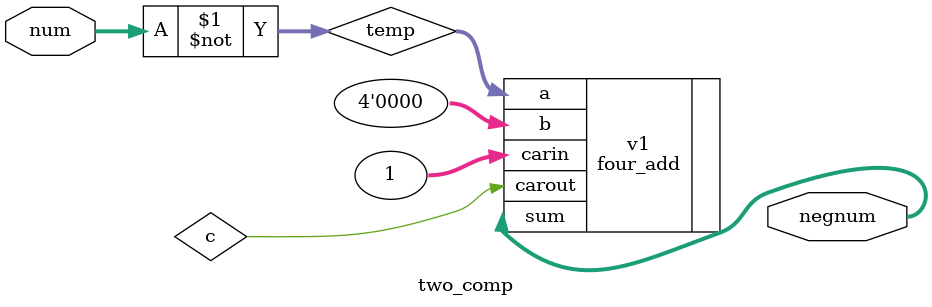
<source format=v>
module two_comp (input [3:0] num, output [3:0] negnum);
	wire [3:0] temp;
	wire c;
	assign temp = ~num;
	four_add v1 (.a(temp), .b(4'b0), .carin(1), .sum(negnum), .carout(c));
endmodule

</source>
